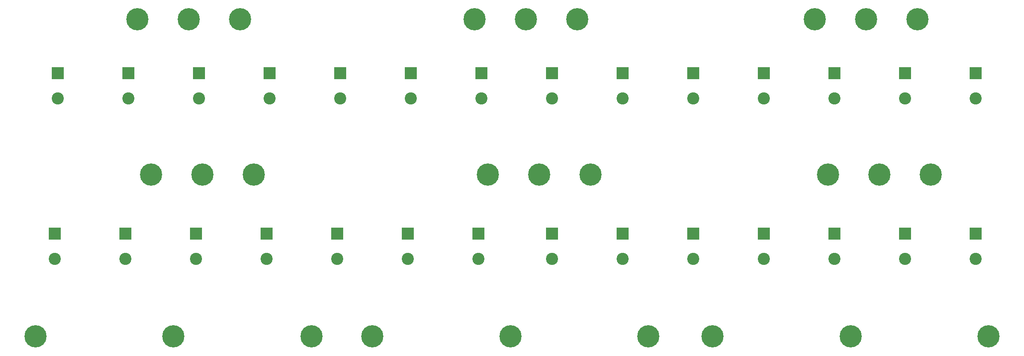
<source format=gbr>
%TF.GenerationSoftware,KiCad,Pcbnew,(5.1.9)-1*%
%TF.CreationDate,2021-04-16T14:26:57+02:00*%
%TF.ProjectId,dc_link,64635f6c-696e-46b2-9e6b-696361645f70,rev?*%
%TF.SameCoordinates,Original*%
%TF.FileFunction,Soldermask,Bot*%
%TF.FilePolarity,Negative*%
%FSLAX46Y46*%
G04 Gerber Fmt 4.6, Leading zero omitted, Abs format (unit mm)*
G04 Created by KiCad (PCBNEW (5.1.9)-1) date 2021-04-16 14:26:57*
%MOMM*%
%LPD*%
G01*
G04 APERTURE LIST*
%ADD10C,4.400000*%
%ADD11C,2.400000*%
%ADD12R,2.400000X2.400000*%
G04 APERTURE END LIST*
D10*
%TO.C,REF\u002A\u002A*%
X233680000Y-118745000D03*
%TD*%
%TO.C,REF\u002A\u002A*%
X206375000Y-118745000D03*
%TD*%
%TO.C,REF\u002A\u002A*%
X179070000Y-118745000D03*
%TD*%
%TO.C,REF\u002A\u002A*%
X166370000Y-118745000D03*
%TD*%
%TO.C,REF\u002A\u002A*%
X139065000Y-118745000D03*
%TD*%
%TO.C,REF\u002A\u002A*%
X111760000Y-118745000D03*
%TD*%
%TO.C,REF\u002A\u002A*%
X99695000Y-118745000D03*
%TD*%
%TO.C,REF\u002A\u002A*%
X72390000Y-118745000D03*
%TD*%
%TO.C,REF\u002A\u002A*%
X219583000Y-56007000D03*
%TD*%
%TO.C,REF\u002A\u002A*%
X209423000Y-56007000D03*
%TD*%
%TO.C,REF\u002A\u002A*%
X199263000Y-56007000D03*
%TD*%
%TO.C,REF\u002A\u002A*%
X152273000Y-56007000D03*
%TD*%
%TO.C,REF\u002A\u002A*%
X142113000Y-56007000D03*
%TD*%
%TO.C,REF\u002A\u002A*%
X131953000Y-56007000D03*
%TD*%
%TO.C,REF\u002A\u002A*%
X85598000Y-56007000D03*
%TD*%
%TO.C,REF\u002A\u002A*%
X75438000Y-56007000D03*
%TD*%
%TO.C,REF\u002A\u002A*%
X78105000Y-86741000D03*
%TD*%
%TO.C,REF\u002A\u002A*%
X88265000Y-86741000D03*
%TD*%
%TO.C,REF\u002A\u002A*%
X134620000Y-86741000D03*
%TD*%
%TO.C,REF\u002A\u002A*%
X67945000Y-86741000D03*
%TD*%
%TO.C,REF\u002A\u002A*%
X45085000Y-118745000D03*
%TD*%
%TO.C,REF\u002A\u002A*%
X144780000Y-86741000D03*
%TD*%
%TO.C,REF\u002A\u002A*%
X154940000Y-86741000D03*
%TD*%
%TO.C,REF\u002A\u002A*%
X201930000Y-86741000D03*
%TD*%
%TO.C,REF\u002A\u002A*%
X212090000Y-86741000D03*
%TD*%
%TO.C,REF\u002A\u002A*%
X222250000Y-86741000D03*
%TD*%
%TO.C,REF\u002A\u002A*%
X65278000Y-56007000D03*
%TD*%
D11*
%TO.C,C2*%
X62865000Y-103425000D03*
D12*
X62865000Y-98425000D03*
%TD*%
D11*
%TO.C,C14*%
X48895000Y-103425000D03*
D12*
X48895000Y-98425000D03*
%TD*%
D11*
%TO.C,C28*%
X132715000Y-103425000D03*
D12*
X132715000Y-98425000D03*
%TD*%
D11*
%TO.C,C27*%
X203200000Y-103425000D03*
D12*
X203200000Y-98425000D03*
%TD*%
D11*
%TO.C,C26*%
X118745000Y-103425000D03*
D12*
X118745000Y-98425000D03*
%TD*%
%TO.C,C25*%
X133350000Y-66675000D03*
D11*
X133350000Y-71675000D03*
%TD*%
%TO.C,C24*%
X104775000Y-103425000D03*
D12*
X104775000Y-98425000D03*
%TD*%
%TO.C,C23*%
X63500000Y-66675000D03*
D11*
X63500000Y-71675000D03*
%TD*%
%TO.C,C22*%
X231140000Y-103425000D03*
D12*
X231140000Y-98425000D03*
%TD*%
%TO.C,C21*%
X49530000Y-66675000D03*
D11*
X49530000Y-71675000D03*
%TD*%
D12*
%TO.C,C20*%
X161290000Y-66675000D03*
D11*
X161290000Y-71675000D03*
%TD*%
%TO.C,C19*%
X217170000Y-103425000D03*
D12*
X217170000Y-98425000D03*
%TD*%
%TO.C,C18*%
X77470000Y-66675000D03*
D11*
X77470000Y-71675000D03*
%TD*%
%TO.C,C17*%
X147320000Y-103425000D03*
D12*
X147320000Y-98425000D03*
%TD*%
%TO.C,C16*%
X91440000Y-66675000D03*
D11*
X91440000Y-71675000D03*
%TD*%
D12*
%TO.C,C15*%
X175260000Y-66675000D03*
D11*
X175260000Y-71675000D03*
%TD*%
D12*
%TO.C,C13*%
X119380000Y-66675000D03*
D11*
X119380000Y-71675000D03*
%TD*%
%TO.C,C12*%
X90805000Y-103425000D03*
D12*
X90805000Y-98425000D03*
%TD*%
%TO.C,C11*%
X105410000Y-66675000D03*
D11*
X105410000Y-71675000D03*
%TD*%
D12*
%TO.C,C10*%
X189230000Y-66675000D03*
D11*
X189230000Y-71675000D03*
%TD*%
%TO.C,C9*%
X161290000Y-103425000D03*
D12*
X161290000Y-98425000D03*
%TD*%
%TO.C,C8*%
X147320000Y-66675000D03*
D11*
X147320000Y-71675000D03*
%TD*%
%TO.C,C7*%
X76835000Y-103425000D03*
D12*
X76835000Y-98425000D03*
%TD*%
%TO.C,C6*%
X203200000Y-66675000D03*
D11*
X203200000Y-71675000D03*
%TD*%
%TO.C,C5*%
X175260000Y-103425000D03*
D12*
X175260000Y-98425000D03*
%TD*%
D11*
%TO.C,C4*%
X189230000Y-103425000D03*
D12*
X189230000Y-98425000D03*
%TD*%
%TO.C,C3*%
X217170000Y-66675000D03*
D11*
X217170000Y-71675000D03*
%TD*%
D12*
%TO.C,C1*%
X231140000Y-66675000D03*
D11*
X231140000Y-71675000D03*
%TD*%
M02*

</source>
